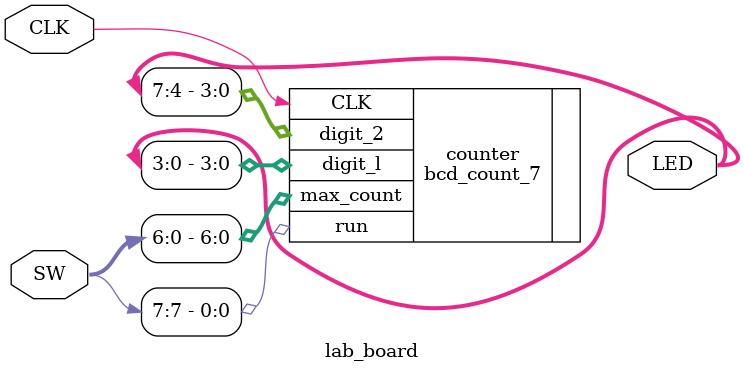
<source format=v>
`timescale 1ns / 1ps

module lab_board(LED, SW, CLK);

output reg [7:0] LED;
input [7:0] SW;
input CLK;

bcd_count_7 counter( 
.max_count(SW[6:0]), 
.CLK(CLK), 
.run(SW[7]), 
.digit_l(LED[3:0]), 
.digit_2(LED[7:4]) 
); 


endmodule

</source>
